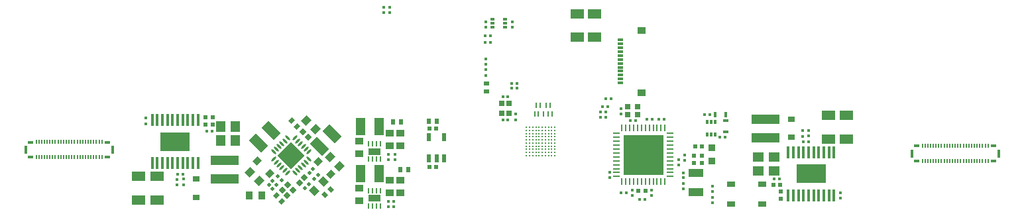
<source format=gtp>
%FSLAX44Y44*%
%MOMM*%
G71*
G01*
G75*
G04 Layer_Color=8421504*
%ADD10R,1.8000X1.1500*%
%ADD11R,3.6000X1.2000*%
%ADD12R,0.9000X0.8000*%
G04:AMPARAMS|DCode=13|XSize=0.9mm|YSize=0.8mm|CornerRadius=0mm|HoleSize=0mm|Usage=FLASHONLY|Rotation=225.000|XOffset=0mm|YOffset=0mm|HoleType=Round|Shape=Rectangle|*
%AMROTATEDRECTD13*
4,1,4,0.0354,0.6010,0.6010,0.0354,-0.0354,-0.6010,-0.6010,-0.0354,0.0354,0.6010,0.0*
%
%ADD13ROTATEDRECTD13*%

%ADD14O,0.8500X0.2500*%
%ADD15O,0.2500X0.8500*%
%ADD16R,5.1500X5.1500*%
%ADD17R,0.6200X0.6200*%
%ADD18R,0.6200X0.6200*%
%ADD19C,0.1714*%
G04:AMPARAMS|DCode=20|XSize=0.65mm|YSize=0.55mm|CornerRadius=0mm|HoleSize=0mm|Usage=FLASHONLY|Rotation=45.000|XOffset=0mm|YOffset=0mm|HoleType=Round|Shape=Rectangle|*
%AMROTATEDRECTD20*
4,1,4,-0.0354,-0.4243,-0.4243,-0.0354,0.0354,0.4243,0.4243,0.0354,-0.0354,-0.4243,0.0*
%
%ADD20ROTATEDRECTD20*%

G04:AMPARAMS|DCode=21|XSize=0.65mm|YSize=0.55mm|CornerRadius=0mm|HoleSize=0mm|Usage=FLASHONLY|Rotation=315.000|XOffset=0mm|YOffset=0mm|HoleType=Round|Shape=Rectangle|*
%AMROTATEDRECTD21*
4,1,4,-0.4243,0.0354,-0.0354,0.4243,0.4243,-0.0354,0.0354,-0.4243,-0.4243,0.0354,0.0*
%
%ADD21ROTATEDRECTD21*%

%ADD22C,1.5000*%
%ADD23R,0.6500X0.5500*%
%ADD24R,0.4600X0.4200*%
%ADD25R,0.4500X0.6500*%
%ADD26R,0.4500X0.7000*%
%ADD27R,0.6500X0.4500*%
%ADD28R,0.7000X0.4500*%
%ADD29R,0.4500X0.4500*%
%ADD30R,0.5500X0.6500*%
%ADD31R,0.3300X0.5500*%
%ADD32R,0.5500X0.3300*%
%ADD33R,0.1800X0.4700*%
%ADD34R,0.8000X0.3500*%
%ADD35R,0.3000X1.0000*%
%ADD36R,0.6000X1.0000*%
%ADD37R,0.6500X0.7500*%
G04:AMPARAMS|DCode=38|XSize=0.42mm|YSize=0.46mm|CornerRadius=0mm|HoleSize=0mm|Usage=FLASHONLY|Rotation=135.000|XOffset=0mm|YOffset=0mm|HoleType=Round|Shape=Rectangle|*
%AMROTATEDRECTD38*
4,1,4,0.3111,0.0141,-0.0141,-0.3111,-0.3111,-0.0141,0.0141,0.3111,0.3111,0.0141,0.0*
%
%ADD38ROTATEDRECTD38*%

%ADD39R,0.4200X0.4600*%
%ADD40P,0.6364X4X270.0*%
%ADD41R,0.4500X0.4500*%
%ADD42P,0.8768X4X270.0*%
%ADD43P,0.8768X4X360.0*%
%ADD44P,0.6364X4X180.0*%
%ADD45R,1.2700X2.2000*%
%ADD46R,1.0000X0.9500*%
%ADD47R,0.8000X0.3000*%
%ADD48R,1.9000X1.1000*%
%ADD49R,0.3000X1.6000*%
%ADD50R,3.7000X2.4000*%
%ADD51R,1.1500X1.4500*%
%ADD52R,0.9000X1.0000*%
G04:AMPARAMS|DCode=53|XSize=1mm|YSize=0.9mm|CornerRadius=0mm|HoleSize=0mm|Usage=FLASHONLY|Rotation=45.000|XOffset=0mm|YOffset=0mm|HoleType=Round|Shape=Rectangle|*
%AMROTATEDRECTD53*
4,1,4,-0.0354,-0.6717,-0.6717,-0.0354,0.0354,0.6717,0.6717,0.0354,-0.0354,-0.6717,0.0*
%
%ADD53ROTATEDRECTD53*%

G04:AMPARAMS|DCode=54|XSize=2.2mm|YSize=1.27mm|CornerRadius=0mm|HoleSize=0mm|Usage=FLASHONLY|Rotation=135.000|XOffset=0mm|YOffset=0mm|HoleType=Round|Shape=Rectangle|*
%AMROTATEDRECTD54*
4,1,4,1.2268,-0.3288,0.3288,-1.2268,-1.2268,0.3288,-0.3288,1.2268,1.2268,-0.3288,0.0*
%
%ADD54ROTATEDRECTD54*%

G04:AMPARAMS|DCode=55|XSize=1mm|YSize=0.9mm|CornerRadius=0mm|HoleSize=0mm|Usage=FLASHONLY|Rotation=135.000|XOffset=0mm|YOffset=0mm|HoleType=Round|Shape=Rectangle|*
%AMROTATEDRECTD55*
4,1,4,0.6717,-0.0354,0.0354,-0.6717,-0.6717,0.0354,-0.0354,0.6717,0.6717,-0.0354,0.0*
%
%ADD55ROTATEDRECTD55*%

G04:AMPARAMS|DCode=56|XSize=0.25mm|YSize=0.8mm|CornerRadius=0mm|HoleSize=0mm|Usage=FLASHONLY|Rotation=315.000|XOffset=0mm|YOffset=0mm|HoleType=Round|Shape=Round|*
%AMOVALD56*
21,1,0.5500,0.2500,0.0000,0.0000,45.0*
1,1,0.2500,-0.1945,-0.1945*
1,1,0.2500,0.1945,0.1945*
%
%ADD56OVALD56*%

G04:AMPARAMS|DCode=57|XSize=0.25mm|YSize=0.8mm|CornerRadius=0mm|HoleSize=0mm|Usage=FLASHONLY|Rotation=225.000|XOffset=0mm|YOffset=0mm|HoleType=Round|Shape=Round|*
%AMOVALD57*
21,1,0.5500,0.2500,0.0000,0.0000,315.0*
1,1,0.2500,-0.1945,0.1945*
1,1,0.2500,0.1945,-0.1945*
%
%ADD57OVALD57*%

%ADD58P,3.4648X4X270.0*%
%ADD59R,1.0000X0.9000*%
%ADD60R,0.2500X0.7000*%
%ADD61R,1.5500X0.8500*%
%ADD62R,0.2000X0.7500*%
%ADD63R,0.9600X0.8900*%
%ADD64R,1.0500X0.6500*%
%ADD65R,1.4500X1.1500*%
%ADD66R,0.7500X0.6500*%
%ADD67C,0.5000*%
%ADD68C,0.2000*%
%ADD69C,0.1270*%
%ADD70C,0.1000*%
%ADD71C,0.3000*%
%ADD72C,0.4000*%
%ADD73C,0.0762*%
%ADD74C,1.2000*%
%ADD75C,1.0000*%
%ADD76C,0.7500*%
%ADD77C,0.2500*%
%ADD78C,0.1250*%
%ADD79C,0.1524*%
%ADD80C,0.1800*%
%ADD81C,0.1500*%
%ADD82C,0.1520*%
%ADD83C,0.1750*%
%ADD84R,1.6000X0.8000*%
%ADD85R,1.3250X1.0500*%
%ADD86R,0.7976X0.7976*%
%ADD87R,0.8000X0.3000*%
%ADD88C,3.8000*%
%ADD89O,2.2500X1.2000*%
%ADD90O,2.8500X1.4500*%
%ADD91C,0.7500*%
%ADD92C,1.0000*%
%ADD93R,1.5000X1.5000*%
%ADD94C,0.3000*%
%ADD95C,0.2500*%
%ADD96C,0.6000*%
%ADD97O,2.0400X1.0000*%
%ADD98O,2.6500X1.2000*%
%ADD99C,0.8500*%
%ADD100C,1.3000*%
%ADD101C,1.2000*%
%ADD102C,0.4500*%
%ADD103C,0.4000*%
%ADD104R,0.8900X0.9600*%
%ADD105R,0.3600X0.3200*%
%ADD106R,0.3200X0.3600*%
%ADD107R,0.5200X0.5200*%
%ADD108R,0.5200X0.5200*%
%ADD109R,0.6250X0.6000*%
D10*
X744000Y256000D02*
D03*
Y226000D02*
D03*
X722000Y256000D02*
D03*
Y226000D02*
D03*
X1042600Y126000D02*
D03*
Y96000D02*
D03*
X1065600Y126000D02*
D03*
Y96000D02*
D03*
X161600Y18000D02*
D03*
Y48000D02*
D03*
X184600Y18000D02*
D03*
Y48000D02*
D03*
D11*
X271000Y69000D02*
D03*
Y45000D02*
D03*
X962000Y97000D02*
D03*
Y121000D02*
D03*
D12*
X995000Y98500D02*
D03*
Y121500D02*
D03*
X235000Y44500D02*
D03*
Y21500D02*
D03*
D13*
X329132Y51868D02*
D03*
X312868Y68132D02*
D03*
X390868Y67132D02*
D03*
X407132Y50868D02*
D03*
D14*
X840500Y48000D02*
D03*
Y53000D02*
D03*
Y58000D02*
D03*
Y63000D02*
D03*
Y68000D02*
D03*
Y73000D02*
D03*
Y78000D02*
D03*
Y83000D02*
D03*
Y88000D02*
D03*
Y93000D02*
D03*
Y98000D02*
D03*
Y103000D02*
D03*
X772000D02*
D03*
Y98000D02*
D03*
Y93000D02*
D03*
Y88000D02*
D03*
Y83000D02*
D03*
Y78000D02*
D03*
Y73000D02*
D03*
Y68000D02*
D03*
Y63000D02*
D03*
Y58000D02*
D03*
Y53000D02*
D03*
Y48000D02*
D03*
D15*
X833750Y109750D02*
D03*
X828750D02*
D03*
X823750D02*
D03*
X818750D02*
D03*
X813750D02*
D03*
X808750D02*
D03*
X803750D02*
D03*
X798750D02*
D03*
X793750D02*
D03*
X788750D02*
D03*
X783750D02*
D03*
X778750D02*
D03*
Y41250D02*
D03*
X783750D02*
D03*
X788750D02*
D03*
X793750D02*
D03*
X798750D02*
D03*
X803750D02*
D03*
X808750D02*
D03*
X813750D02*
D03*
X818750D02*
D03*
X823750D02*
D03*
X828750D02*
D03*
X833750D02*
D03*
D16*
X806250Y75500D02*
D03*
D17*
X247100Y124000D02*
D03*
X256100D02*
D03*
X881100Y86000D02*
D03*
X872100D02*
D03*
X972100Y37000D02*
D03*
X981100D02*
D03*
X247100Y114000D02*
D03*
X256100D02*
D03*
X809100Y30000D02*
D03*
X800100D02*
D03*
X532750Y60500D02*
D03*
X541750D02*
D03*
X532750Y109500D02*
D03*
X541750D02*
D03*
D18*
X982000Y19500D02*
D03*
Y28500D02*
D03*
X881000Y74500D02*
D03*
Y65500D02*
D03*
X871000Y74500D02*
D03*
Y65500D02*
D03*
D19*
X657000Y98750D02*
D03*
X661000D02*
D03*
X657000Y78750D02*
D03*
X661000D02*
D03*
X657000Y82750D02*
D03*
X661000D02*
D03*
X657000Y94750D02*
D03*
X661000D02*
D03*
X657000Y106750D02*
D03*
X661000D02*
D03*
X657000Y102750D02*
D03*
X661000D02*
D03*
Y74750D02*
D03*
X657000D02*
D03*
X673000Y110750D02*
D03*
X685000Y74750D02*
D03*
X689000D02*
D03*
Y78750D02*
D03*
X685000D02*
D03*
X689000Y82750D02*
D03*
X681000Y74750D02*
D03*
Y78750D02*
D03*
X677000Y74750D02*
D03*
Y78750D02*
D03*
X693000Y82750D02*
D03*
Y86750D02*
D03*
X685000D02*
D03*
X689000D02*
D03*
X685000Y82750D02*
D03*
X677000D02*
D03*
X681000D02*
D03*
X685000Y90750D02*
D03*
X681000Y86750D02*
D03*
Y90750D02*
D03*
X673000Y78750D02*
D03*
X669000Y74750D02*
D03*
X673000D02*
D03*
X669000Y78750D02*
D03*
X673000Y82750D02*
D03*
X665000D02*
D03*
X669000D02*
D03*
X677000Y86750D02*
D03*
X669000D02*
D03*
X673000D02*
D03*
X677000Y90750D02*
D03*
X669000D02*
D03*
X673000D02*
D03*
X661000Y86750D02*
D03*
X665000D02*
D03*
X661000Y90750D02*
D03*
X657000Y86750D02*
D03*
Y90750D02*
D03*
X693000Y94750D02*
D03*
X689000Y90750D02*
D03*
X693000D02*
D03*
X689000Y94750D02*
D03*
X693000Y98750D02*
D03*
X689000D02*
D03*
Y102750D02*
D03*
X681000Y94750D02*
D03*
X685000D02*
D03*
X677000D02*
D03*
X685000Y98750D02*
D03*
Y102750D02*
D03*
X677000Y98750D02*
D03*
X681000D02*
D03*
X693000Y102750D02*
D03*
X689000Y106750D02*
D03*
X693000D02*
D03*
X689000Y110750D02*
D03*
X693000D02*
D03*
X685000Y106750D02*
D03*
Y110750D02*
D03*
X681000Y102750D02*
D03*
Y106750D02*
D03*
X677000D02*
D03*
X681000Y110750D02*
D03*
X677000D02*
D03*
X673000Y94750D02*
D03*
X665000D02*
D03*
X669000D02*
D03*
X673000Y98750D02*
D03*
X677000Y102750D02*
D03*
X669000Y98750D02*
D03*
Y102750D02*
D03*
X665000Y90750D02*
D03*
Y98750D02*
D03*
Y102750D02*
D03*
X673000D02*
D03*
X669000Y106750D02*
D03*
X673000D02*
D03*
X669000Y110750D02*
D03*
X665000Y106750D02*
D03*
Y110750D02*
D03*
X661000D02*
D03*
X657000D02*
D03*
X665000Y74750D02*
D03*
Y78750D02*
D03*
X693000Y74750D02*
D03*
Y78750D02*
D03*
D20*
X337464Y23536D02*
D03*
X344536Y16465D02*
D03*
X356906Y119201D02*
D03*
X363977Y112130D02*
D03*
D21*
X406536Y31535D02*
D03*
X399464Y24464D02*
D03*
D23*
X605600Y167000D02*
D03*
Y157000D02*
D03*
D24*
X644900Y161000D02*
D03*
X638300D02*
D03*
X644900Y167000D02*
D03*
X638300D02*
D03*
X795900Y119000D02*
D03*
X789300D02*
D03*
X626700Y150000D02*
D03*
X633300D02*
D03*
X817550Y121500D02*
D03*
X810950D02*
D03*
X633300Y120000D02*
D03*
X626700D02*
D03*
D25*
X911750Y127000D02*
D03*
D26*
X897750D02*
D03*
D27*
X911320Y119250D02*
D03*
D28*
Y105250D02*
D03*
D29*
X604600Y184400D02*
D03*
Y177400D02*
D03*
X604600Y191400D02*
D03*
Y198400D02*
D03*
X643000Y120500D02*
D03*
Y127500D02*
D03*
X487600Y16500D02*
D03*
Y9500D02*
D03*
X488600Y76500D02*
D03*
Y69500D02*
D03*
X170600Y115500D02*
D03*
Y122500D02*
D03*
X751600Y123500D02*
D03*
Y130500D02*
D03*
X638600Y245500D02*
D03*
Y238500D02*
D03*
X604600Y245500D02*
D03*
Y238500D02*
D03*
X1009600Y106500D02*
D03*
Y99500D02*
D03*
X218600Y44500D02*
D03*
Y37500D02*
D03*
X480600Y9500D02*
D03*
Y16500D02*
D03*
X480600Y69500D02*
D03*
Y76500D02*
D03*
X894600Y28500D02*
D03*
Y35500D02*
D03*
X894600Y14500D02*
D03*
Y21500D02*
D03*
X758600Y123500D02*
D03*
Y130500D02*
D03*
X1057600Y27500D02*
D03*
Y20500D02*
D03*
X482600Y257500D02*
D03*
Y264500D02*
D03*
D30*
X532250Y118900D02*
D03*
X542250D02*
D03*
X505600Y57000D02*
D03*
X495600D02*
D03*
X486600Y118000D02*
D03*
X496600D02*
D03*
D31*
X897600Y102000D02*
D03*
X892600D02*
D03*
X887600D02*
D03*
Y118000D02*
D03*
X892600D02*
D03*
X897600D02*
D03*
D32*
X629600Y249000D02*
D03*
Y244000D02*
D03*
Y239000D02*
D03*
X613600D02*
D03*
Y244000D02*
D03*
Y249000D02*
D03*
D33*
X1183500Y87500D02*
D03*
X1180000D02*
D03*
X1204500D02*
D03*
X1201000D02*
D03*
X1215000Y67500D02*
D03*
X1211500D02*
D03*
X1225500Y87500D02*
D03*
X1222000D02*
D03*
X1204500Y67500D02*
D03*
X1201000D02*
D03*
X1194000D02*
D03*
X1190500D02*
D03*
X1225500D02*
D03*
X1222000D02*
D03*
X1215000Y87500D02*
D03*
X1211500D02*
D03*
X1194000D02*
D03*
X1190500D02*
D03*
X1162500Y67500D02*
D03*
Y87500D02*
D03*
X1166000Y67500D02*
D03*
Y87500D02*
D03*
X1169500Y67500D02*
D03*
Y87500D02*
D03*
X1173000Y67500D02*
D03*
Y87500D02*
D03*
X1176500Y67500D02*
D03*
Y87500D02*
D03*
X1187000Y67500D02*
D03*
Y87500D02*
D03*
X1197500Y67500D02*
D03*
Y87500D02*
D03*
X1208000Y67500D02*
D03*
Y87500D02*
D03*
X1218500Y67500D02*
D03*
Y87500D02*
D03*
X1229000Y67500D02*
D03*
Y87500D02*
D03*
X1232500Y67500D02*
D03*
Y87500D02*
D03*
X1236000Y67500D02*
D03*
Y87500D02*
D03*
X1239500Y67500D02*
D03*
Y87500D02*
D03*
X1243000Y67500D02*
D03*
Y87500D02*
D03*
X1246500Y67500D02*
D03*
Y87500D02*
D03*
X1180000Y67500D02*
D03*
X1183500D02*
D03*
X69001Y72500D02*
D03*
X72501D02*
D03*
X69001Y92500D02*
D03*
X72501D02*
D03*
X58500D02*
D03*
X62000D02*
D03*
X93500D02*
D03*
X90000D02*
D03*
X93500Y72500D02*
D03*
X90000D02*
D03*
X83000Y92500D02*
D03*
X79500D02*
D03*
X83000Y72500D02*
D03*
X79500D02*
D03*
X30501D02*
D03*
Y92500D02*
D03*
X34000Y72500D02*
D03*
Y92500D02*
D03*
X37501Y72500D02*
D03*
Y92500D02*
D03*
X41000Y72500D02*
D03*
Y92500D02*
D03*
X44500Y72500D02*
D03*
Y92500D02*
D03*
X55001Y72500D02*
D03*
Y92500D02*
D03*
X65500Y72500D02*
D03*
Y92500D02*
D03*
X76000Y72500D02*
D03*
Y92500D02*
D03*
X86501Y72500D02*
D03*
Y92500D02*
D03*
X97001Y72500D02*
D03*
Y92500D02*
D03*
X100500Y72500D02*
D03*
Y92500D02*
D03*
X104001Y72500D02*
D03*
Y92500D02*
D03*
X107500Y72500D02*
D03*
Y92500D02*
D03*
X111000Y72500D02*
D03*
Y92500D02*
D03*
X114501Y72500D02*
D03*
Y92500D02*
D03*
X62000Y72500D02*
D03*
X58500D02*
D03*
X51501D02*
D03*
X48000D02*
D03*
X51501Y92500D02*
D03*
X48000D02*
D03*
D34*
X1253750Y86850D02*
D03*
Y68150D02*
D03*
X1155250Y86850D02*
D03*
Y68150D02*
D03*
X121750Y91850D02*
D03*
Y73150D02*
D03*
X23251Y91850D02*
D03*
Y73150D02*
D03*
D35*
X1260000Y77500D02*
D03*
X1149000D02*
D03*
X128000Y82500D02*
D03*
X17000D02*
D03*
D36*
X532500Y98500D02*
D03*
X551500D02*
D03*
Y71000D02*
D03*
X542000D02*
D03*
X532500D02*
D03*
D37*
X635000Y141500D02*
D03*
Y128500D02*
D03*
X625000D02*
D03*
Y141500D02*
D03*
D38*
X327667Y37667D02*
D03*
X332333Y42333D02*
D03*
X379564Y52533D02*
D03*
X384231Y57200D02*
D03*
D39*
X763000Y53550D02*
D03*
Y46950D02*
D03*
X857250Y38800D02*
D03*
Y32200D02*
D03*
X857250Y52800D02*
D03*
Y46200D02*
D03*
X777600Y134300D02*
D03*
Y127700D02*
D03*
X859000Y75300D02*
D03*
Y68700D02*
D03*
X1017600Y99700D02*
D03*
Y106300D02*
D03*
X210600Y37700D02*
D03*
Y44300D02*
D03*
X817000Y30300D02*
D03*
Y23700D02*
D03*
X474600Y257700D02*
D03*
Y264300D02*
D03*
X792000Y30300D02*
D03*
Y23700D02*
D03*
X851250Y69550D02*
D03*
Y62950D02*
D03*
D40*
X338967Y48140D02*
D03*
X343917Y43190D02*
D03*
D41*
X910750Y98250D02*
D03*
X903750D02*
D03*
X1017100Y92000D02*
D03*
X1010100D02*
D03*
X248100Y106000D02*
D03*
X255100D02*
D03*
X784500Y27000D02*
D03*
X777500D02*
D03*
X808500Y19000D02*
D03*
X801500D02*
D03*
X611100Y228000D02*
D03*
X604100D02*
D03*
X884500Y126750D02*
D03*
X891500D02*
D03*
X973100Y45000D02*
D03*
X980100D02*
D03*
X761100Y137000D02*
D03*
X754100D02*
D03*
X765100Y147000D02*
D03*
X758100D02*
D03*
X832750Y121500D02*
D03*
X825750D02*
D03*
X611100Y219000D02*
D03*
X604100D02*
D03*
X218100Y51000D02*
D03*
X211100D02*
D03*
D42*
X371260Y104847D02*
D03*
X377624Y98483D02*
D03*
X351818Y37182D02*
D03*
X358182Y30818D02*
D03*
X344818Y30182D02*
D03*
X351182Y23818D02*
D03*
D43*
X366818Y39818D02*
D03*
X373182Y46182D02*
D03*
D44*
X332525Y32525D02*
D03*
X337475Y37475D02*
D03*
X373967Y33190D02*
D03*
X378917Y38140D02*
D03*
X385967Y45190D02*
D03*
X390917Y50140D02*
D03*
D45*
X468250Y52000D02*
D03*
X444950D02*
D03*
X468250Y112000D02*
D03*
X444950D02*
D03*
D46*
X803599Y155251D02*
D03*
Y234751D02*
D03*
D47*
X776599Y167501D02*
D03*
Y172501D02*
D03*
Y177501D02*
D03*
Y182501D02*
D03*
Y187501D02*
D03*
Y192501D02*
D03*
Y197501D02*
D03*
Y202501D02*
D03*
Y207501D02*
D03*
Y212501D02*
D03*
Y217501D02*
D03*
Y222501D02*
D03*
D48*
X873250Y52750D02*
D03*
Y27750D02*
D03*
D49*
X237180Y120160D02*
D03*
X224180D02*
D03*
X217680D02*
D03*
X230680D02*
D03*
X237180Y65160D02*
D03*
X230680D02*
D03*
X224180D02*
D03*
X211180Y120160D02*
D03*
X204680D02*
D03*
X198180D02*
D03*
X191680D02*
D03*
X185180D02*
D03*
X178680D02*
D03*
X217680Y65160D02*
D03*
X211180D02*
D03*
X204680D02*
D03*
X198180D02*
D03*
X191680D02*
D03*
X178680D02*
D03*
X185180D02*
D03*
X1049790Y78650D02*
D03*
X1043290D02*
D03*
X1036790D02*
D03*
X1030290D02*
D03*
X1036790Y23650D02*
D03*
X1030290D02*
D03*
X1049790D02*
D03*
X1043290D02*
D03*
X1023790D02*
D03*
X1010790Y78650D02*
D03*
X1004290D02*
D03*
X1023790D02*
D03*
X1017290D02*
D03*
X997790D02*
D03*
X991290D02*
D03*
X1017290Y23650D02*
D03*
X1010790D02*
D03*
X1004290D02*
D03*
X991290D02*
D03*
X997790D02*
D03*
D50*
X207970Y92220D02*
D03*
X1020500Y51590D02*
D03*
D51*
X284600Y94000D02*
D03*
X266600D02*
D03*
X284600Y112000D02*
D03*
X266600D02*
D03*
D52*
X319000Y24000D02*
D03*
X303000Y24000D02*
D03*
D53*
X303785Y53322D02*
D03*
X315099Y42008D02*
D03*
X375785Y119322D02*
D03*
X387099Y108008D02*
D03*
X417657Y61343D02*
D03*
X406343Y72657D02*
D03*
D54*
X314204Y90427D02*
D03*
X330680Y106903D02*
D03*
X392204Y86427D02*
D03*
X408680Y102903D02*
D03*
D55*
X385785Y30008D02*
D03*
X397099Y41322D02*
D03*
D56*
X378892Y79438D02*
D03*
X375357Y82974D02*
D03*
X371821Y86509D02*
D03*
X368286Y90045D02*
D03*
X364750Y93580D02*
D03*
X361215Y97116D02*
D03*
X333991Y69892D02*
D03*
X337527Y66357D02*
D03*
X341062Y62821D02*
D03*
X344598Y59286D02*
D03*
X348133Y55750D02*
D03*
X351669Y52214D02*
D03*
D57*
Y97116D02*
D03*
X348133Y93580D02*
D03*
X344598Y90045D02*
D03*
X341062Y86509D02*
D03*
X337527Y82974D02*
D03*
X333991Y79438D02*
D03*
X361215Y52214D02*
D03*
X364750Y55750D02*
D03*
X368286Y59286D02*
D03*
X371821Y62821D02*
D03*
X375357Y66357D02*
D03*
X378892Y69892D02*
D03*
D58*
X356442Y74665D02*
D03*
D59*
X443600Y77000D02*
D03*
Y93000D02*
D03*
X495600Y87000D02*
D03*
Y103000D02*
D03*
X482600Y87000D02*
D03*
Y103000D02*
D03*
X443600Y17000D02*
D03*
Y33000D02*
D03*
X495600Y27000D02*
D03*
Y43000D02*
D03*
X482600Y27000D02*
D03*
Y43000D02*
D03*
D60*
X470100Y70050D02*
D03*
X455100D02*
D03*
X460100D02*
D03*
X465100D02*
D03*
X470100Y89950D02*
D03*
X460100D02*
D03*
X465100D02*
D03*
X455100D02*
D03*
X470100Y10050D02*
D03*
X455100D02*
D03*
X460100D02*
D03*
X465100D02*
D03*
X470100Y29950D02*
D03*
X460100D02*
D03*
X465100D02*
D03*
X455100D02*
D03*
D61*
X462600Y80000D02*
D03*
X462600Y20000D02*
D03*
D62*
X689200Y128300D02*
D03*
X678200D02*
D03*
X684200D02*
D03*
X672200D02*
D03*
X667200D02*
D03*
X686700Y138700D02*
D03*
X681700D02*
D03*
X674700Y138700D02*
D03*
X669700Y138700D02*
D03*
D63*
X893600Y84550D02*
D03*
Y67450D02*
D03*
D64*
X958250Y37750D02*
D03*
Y12750D02*
D03*
X918250Y37750D02*
D03*
Y12750D02*
D03*
D65*
X953000Y55000D02*
D03*
Y73000D02*
D03*
X973500Y55000D02*
D03*
Y73000D02*
D03*
D66*
X786100Y137000D02*
D03*
X799100D02*
D03*
Y127000D02*
D03*
X786100D02*
D03*
M02*

</source>
